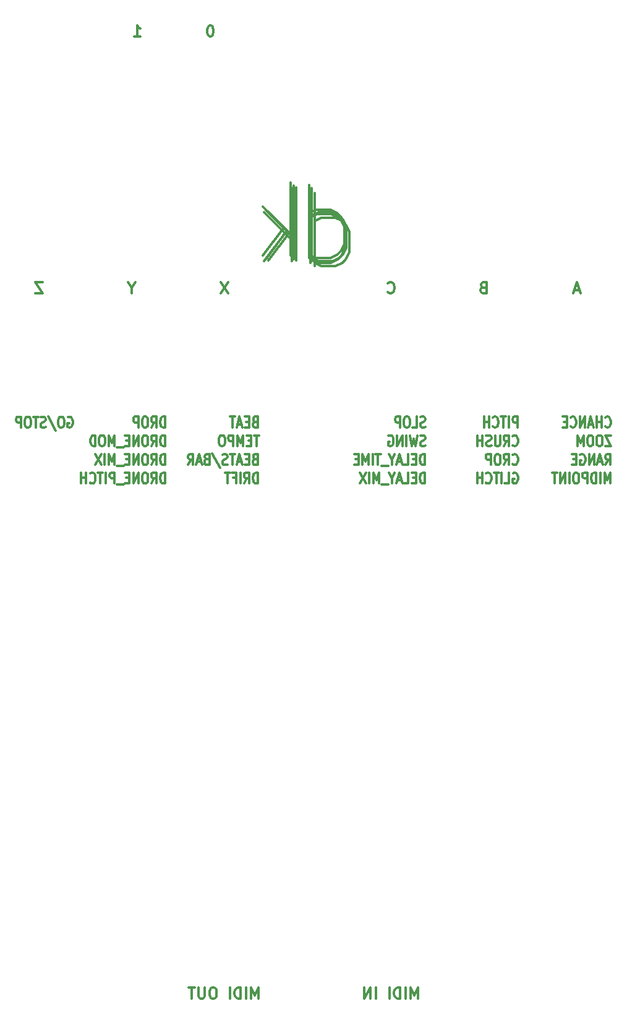
<source format=gbr>
G04 #@! TF.GenerationSoftware,KiCad,Pcbnew,(5.0.1)-3*
G04 #@! TF.CreationDate,2019-10-30T14:47:04+00:00*
G04 #@! TF.ProjectId,drumkid,6472756D6B69642E6B696361645F7063,rev?*
G04 #@! TF.SameCoordinates,Original*
G04 #@! TF.FileFunction,Legend,Bot*
G04 #@! TF.FilePolarity,Positive*
%FSLAX46Y46*%
G04 Gerber Fmt 4.6, Leading zero omitted, Abs format (unit mm)*
G04 Created by KiCad (PCBNEW (5.0.1)-3) date 30/10/2019 14:47:04*
%MOMM*%
%LPD*%
G01*
G04 APERTURE LIST*
%ADD10C,0.300000*%
G04 APERTURE END LIST*
D10*
X64000000Y-70298571D02*
X63000000Y-70298571D01*
X64000000Y-71798571D01*
X63000000Y-71798571D01*
X76200000Y-71084285D02*
X76200000Y-71798571D01*
X76700000Y-70298571D02*
X76200000Y-71084285D01*
X75700000Y-70298571D01*
X89400000Y-70298571D02*
X88400000Y-71798571D01*
X88400000Y-70298571D02*
X89400000Y-71798571D01*
X111295714Y-71655714D02*
X111367142Y-71727142D01*
X111581428Y-71798571D01*
X111724285Y-71798571D01*
X111938571Y-71727142D01*
X112081428Y-71584285D01*
X112152857Y-71441428D01*
X112224285Y-71155714D01*
X112224285Y-70941428D01*
X112152857Y-70655714D01*
X112081428Y-70512857D01*
X111938571Y-70370000D01*
X111724285Y-70298571D01*
X111581428Y-70298571D01*
X111367142Y-70370000D01*
X111295714Y-70441428D01*
X124352857Y-71012857D02*
X124138571Y-71084285D01*
X124067142Y-71155714D01*
X123995714Y-71298571D01*
X123995714Y-71512857D01*
X124067142Y-71655714D01*
X124138571Y-71727142D01*
X124281428Y-71798571D01*
X124852857Y-71798571D01*
X124852857Y-70298571D01*
X124352857Y-70298571D01*
X124210000Y-70370000D01*
X124138571Y-70441428D01*
X124067142Y-70584285D01*
X124067142Y-70727142D01*
X124138571Y-70870000D01*
X124210000Y-70941428D01*
X124352857Y-71012857D01*
X124852857Y-71012857D01*
X137517142Y-71370000D02*
X136802857Y-71370000D01*
X137660000Y-71798571D02*
X137160000Y-70298571D01*
X136660000Y-71798571D01*
X100657142Y-67623809D02*
X100657142Y-57623809D01*
X100657142Y-67147619D02*
X101609523Y-67623809D01*
X103514285Y-67623809D01*
X104466666Y-67147619D01*
X104942857Y-66671428D01*
X105419047Y-65719047D01*
X105419047Y-62861904D01*
X104942857Y-61909523D01*
X104466666Y-61433333D01*
X103514285Y-60957142D01*
X101609523Y-60957142D01*
X100657142Y-61433333D01*
X98166666Y-67423809D02*
X98166666Y-57423809D01*
X97214285Y-63614285D02*
X94357142Y-67423809D01*
X94357142Y-60757142D02*
X98166666Y-64566666D01*
X98366666Y-67123809D02*
X98366666Y-57123809D01*
X97414285Y-63314285D02*
X94557142Y-67123809D01*
X94557142Y-60457142D02*
X98366666Y-64266666D01*
X97966666Y-66623809D02*
X97966666Y-56623809D01*
X97014285Y-62814285D02*
X94157142Y-66623809D01*
X94157142Y-59957142D02*
X97966666Y-63766666D01*
X101257142Y-68123809D02*
X101257142Y-58123809D01*
X101257142Y-67647619D02*
X102209523Y-68123809D01*
X104114285Y-68123809D01*
X105066666Y-67647619D01*
X105542857Y-67171428D01*
X106019047Y-66219047D01*
X106019047Y-63361904D01*
X105542857Y-62409523D01*
X105066666Y-61933333D01*
X104114285Y-61457142D01*
X102209523Y-61457142D01*
X101257142Y-61933333D01*
X100857142Y-67423809D02*
X100857142Y-57423809D01*
X100857142Y-66947619D02*
X101809523Y-67423809D01*
X103714285Y-67423809D01*
X104666666Y-66947619D01*
X105142857Y-66471428D01*
X105619047Y-65519047D01*
X105619047Y-62661904D01*
X105142857Y-61709523D01*
X104666666Y-61233333D01*
X103714285Y-60757142D01*
X101809523Y-60757142D01*
X100857142Y-61233333D01*
X98766666Y-67323809D02*
X98766666Y-57323809D01*
X97814285Y-63514285D02*
X94957142Y-67323809D01*
X94957142Y-60657142D02*
X98766666Y-64466666D01*
X100557142Y-67023809D02*
X100557142Y-57023809D01*
X100557142Y-66547619D02*
X101509523Y-67023809D01*
X103414285Y-67023809D01*
X104366666Y-66547619D01*
X104842857Y-66071428D01*
X105319047Y-65119047D01*
X105319047Y-62261904D01*
X104842857Y-61309523D01*
X104366666Y-60833333D01*
X103414285Y-60357142D01*
X101509523Y-60357142D01*
X100557142Y-60833333D01*
X67470714Y-88785000D02*
X67585000Y-88713571D01*
X67756428Y-88713571D01*
X67927857Y-88785000D01*
X68042142Y-88927857D01*
X68099285Y-89070714D01*
X68156428Y-89356428D01*
X68156428Y-89570714D01*
X68099285Y-89856428D01*
X68042142Y-89999285D01*
X67927857Y-90142142D01*
X67756428Y-90213571D01*
X67642142Y-90213571D01*
X67470714Y-90142142D01*
X67413571Y-90070714D01*
X67413571Y-89570714D01*
X67642142Y-89570714D01*
X66670714Y-88713571D02*
X66442142Y-88713571D01*
X66327857Y-88785000D01*
X66213571Y-88927857D01*
X66156428Y-89213571D01*
X66156428Y-89713571D01*
X66213571Y-89999285D01*
X66327857Y-90142142D01*
X66442142Y-90213571D01*
X66670714Y-90213571D01*
X66785000Y-90142142D01*
X66899285Y-89999285D01*
X66956428Y-89713571D01*
X66956428Y-89213571D01*
X66899285Y-88927857D01*
X66785000Y-88785000D01*
X66670714Y-88713571D01*
X64785000Y-88642142D02*
X65813571Y-90570714D01*
X64442142Y-90142142D02*
X64270714Y-90213571D01*
X63985000Y-90213571D01*
X63870714Y-90142142D01*
X63813571Y-90070714D01*
X63756428Y-89927857D01*
X63756428Y-89785000D01*
X63813571Y-89642142D01*
X63870714Y-89570714D01*
X63985000Y-89499285D01*
X64213571Y-89427857D01*
X64327857Y-89356428D01*
X64385000Y-89285000D01*
X64442142Y-89142142D01*
X64442142Y-88999285D01*
X64385000Y-88856428D01*
X64327857Y-88785000D01*
X64213571Y-88713571D01*
X63927857Y-88713571D01*
X63756428Y-88785000D01*
X63413571Y-88713571D02*
X62727857Y-88713571D01*
X63070714Y-90213571D02*
X63070714Y-88713571D01*
X62099285Y-88713571D02*
X61870714Y-88713571D01*
X61756428Y-88785000D01*
X61642142Y-88927857D01*
X61585000Y-89213571D01*
X61585000Y-89713571D01*
X61642142Y-89999285D01*
X61756428Y-90142142D01*
X61870714Y-90213571D01*
X62099285Y-90213571D01*
X62213571Y-90142142D01*
X62327857Y-89999285D01*
X62385000Y-89713571D01*
X62385000Y-89213571D01*
X62327857Y-88927857D01*
X62213571Y-88785000D01*
X62099285Y-88713571D01*
X61070714Y-90213571D02*
X61070714Y-88713571D01*
X60613571Y-88713571D01*
X60499285Y-88785000D01*
X60442142Y-88856428D01*
X60385000Y-88999285D01*
X60385000Y-89213571D01*
X60442142Y-89356428D01*
X60499285Y-89427857D01*
X60613571Y-89499285D01*
X61070714Y-89499285D01*
X80799285Y-90198571D02*
X80799285Y-88698571D01*
X80513571Y-88698571D01*
X80342142Y-88770000D01*
X80227857Y-88912857D01*
X80170714Y-89055714D01*
X80113571Y-89341428D01*
X80113571Y-89555714D01*
X80170714Y-89841428D01*
X80227857Y-89984285D01*
X80342142Y-90127142D01*
X80513571Y-90198571D01*
X80799285Y-90198571D01*
X78913571Y-90198571D02*
X79313571Y-89484285D01*
X79599285Y-90198571D02*
X79599285Y-88698571D01*
X79142142Y-88698571D01*
X79027857Y-88770000D01*
X78970714Y-88841428D01*
X78913571Y-88984285D01*
X78913571Y-89198571D01*
X78970714Y-89341428D01*
X79027857Y-89412857D01*
X79142142Y-89484285D01*
X79599285Y-89484285D01*
X78170714Y-88698571D02*
X77942142Y-88698571D01*
X77827857Y-88770000D01*
X77713571Y-88912857D01*
X77656428Y-89198571D01*
X77656428Y-89698571D01*
X77713571Y-89984285D01*
X77827857Y-90127142D01*
X77942142Y-90198571D01*
X78170714Y-90198571D01*
X78285000Y-90127142D01*
X78399285Y-89984285D01*
X78456428Y-89698571D01*
X78456428Y-89198571D01*
X78399285Y-88912857D01*
X78285000Y-88770000D01*
X78170714Y-88698571D01*
X77142142Y-90198571D02*
X77142142Y-88698571D01*
X76685000Y-88698571D01*
X76570714Y-88770000D01*
X76513571Y-88841428D01*
X76456428Y-88984285D01*
X76456428Y-89198571D01*
X76513571Y-89341428D01*
X76570714Y-89412857D01*
X76685000Y-89484285D01*
X77142142Y-89484285D01*
X80799285Y-92748571D02*
X80799285Y-91248571D01*
X80513571Y-91248571D01*
X80342142Y-91320000D01*
X80227857Y-91462857D01*
X80170714Y-91605714D01*
X80113571Y-91891428D01*
X80113571Y-92105714D01*
X80170714Y-92391428D01*
X80227857Y-92534285D01*
X80342142Y-92677142D01*
X80513571Y-92748571D01*
X80799285Y-92748571D01*
X78913571Y-92748571D02*
X79313571Y-92034285D01*
X79599285Y-92748571D02*
X79599285Y-91248571D01*
X79142142Y-91248571D01*
X79027857Y-91320000D01*
X78970714Y-91391428D01*
X78913571Y-91534285D01*
X78913571Y-91748571D01*
X78970714Y-91891428D01*
X79027857Y-91962857D01*
X79142142Y-92034285D01*
X79599285Y-92034285D01*
X78170714Y-91248571D02*
X77942142Y-91248571D01*
X77827857Y-91320000D01*
X77713571Y-91462857D01*
X77656428Y-91748571D01*
X77656428Y-92248571D01*
X77713571Y-92534285D01*
X77827857Y-92677142D01*
X77942142Y-92748571D01*
X78170714Y-92748571D01*
X78285000Y-92677142D01*
X78399285Y-92534285D01*
X78456428Y-92248571D01*
X78456428Y-91748571D01*
X78399285Y-91462857D01*
X78285000Y-91320000D01*
X78170714Y-91248571D01*
X77142142Y-92748571D02*
X77142142Y-91248571D01*
X76456428Y-92748571D01*
X76456428Y-91248571D01*
X75885000Y-91962857D02*
X75485000Y-91962857D01*
X75313571Y-92748571D02*
X75885000Y-92748571D01*
X75885000Y-91248571D01*
X75313571Y-91248571D01*
X75085000Y-92891428D02*
X74170714Y-92891428D01*
X73885000Y-92748571D02*
X73885000Y-91248571D01*
X73485000Y-92320000D01*
X73085000Y-91248571D01*
X73085000Y-92748571D01*
X72285000Y-91248571D02*
X72056428Y-91248571D01*
X71942142Y-91320000D01*
X71827857Y-91462857D01*
X71770714Y-91748571D01*
X71770714Y-92248571D01*
X71827857Y-92534285D01*
X71942142Y-92677142D01*
X72056428Y-92748571D01*
X72285000Y-92748571D01*
X72399285Y-92677142D01*
X72513571Y-92534285D01*
X72570714Y-92248571D01*
X72570714Y-91748571D01*
X72513571Y-91462857D01*
X72399285Y-91320000D01*
X72285000Y-91248571D01*
X71256428Y-92748571D02*
X71256428Y-91248571D01*
X70970714Y-91248571D01*
X70799285Y-91320000D01*
X70685000Y-91462857D01*
X70627857Y-91605714D01*
X70570714Y-91891428D01*
X70570714Y-92105714D01*
X70627857Y-92391428D01*
X70685000Y-92534285D01*
X70799285Y-92677142D01*
X70970714Y-92748571D01*
X71256428Y-92748571D01*
X80799285Y-95298571D02*
X80799285Y-93798571D01*
X80513571Y-93798571D01*
X80342142Y-93870000D01*
X80227857Y-94012857D01*
X80170714Y-94155714D01*
X80113571Y-94441428D01*
X80113571Y-94655714D01*
X80170714Y-94941428D01*
X80227857Y-95084285D01*
X80342142Y-95227142D01*
X80513571Y-95298571D01*
X80799285Y-95298571D01*
X78913571Y-95298571D02*
X79313571Y-94584285D01*
X79599285Y-95298571D02*
X79599285Y-93798571D01*
X79142142Y-93798571D01*
X79027857Y-93870000D01*
X78970714Y-93941428D01*
X78913571Y-94084285D01*
X78913571Y-94298571D01*
X78970714Y-94441428D01*
X79027857Y-94512857D01*
X79142142Y-94584285D01*
X79599285Y-94584285D01*
X78170714Y-93798571D02*
X77942142Y-93798571D01*
X77827857Y-93870000D01*
X77713571Y-94012857D01*
X77656428Y-94298571D01*
X77656428Y-94798571D01*
X77713571Y-95084285D01*
X77827857Y-95227142D01*
X77942142Y-95298571D01*
X78170714Y-95298571D01*
X78285000Y-95227142D01*
X78399285Y-95084285D01*
X78456428Y-94798571D01*
X78456428Y-94298571D01*
X78399285Y-94012857D01*
X78285000Y-93870000D01*
X78170714Y-93798571D01*
X77142142Y-95298571D02*
X77142142Y-93798571D01*
X76456428Y-95298571D01*
X76456428Y-93798571D01*
X75885000Y-94512857D02*
X75485000Y-94512857D01*
X75313571Y-95298571D02*
X75885000Y-95298571D01*
X75885000Y-93798571D01*
X75313571Y-93798571D01*
X75085000Y-95441428D02*
X74170714Y-95441428D01*
X73885000Y-95298571D02*
X73885000Y-93798571D01*
X73485000Y-94870000D01*
X73085000Y-93798571D01*
X73085000Y-95298571D01*
X72513571Y-95298571D02*
X72513571Y-93798571D01*
X72056428Y-93798571D02*
X71256428Y-95298571D01*
X71256428Y-93798571D02*
X72056428Y-95298571D01*
X80799285Y-97848571D02*
X80799285Y-96348571D01*
X80513571Y-96348571D01*
X80342142Y-96420000D01*
X80227857Y-96562857D01*
X80170714Y-96705714D01*
X80113571Y-96991428D01*
X80113571Y-97205714D01*
X80170714Y-97491428D01*
X80227857Y-97634285D01*
X80342142Y-97777142D01*
X80513571Y-97848571D01*
X80799285Y-97848571D01*
X78913571Y-97848571D02*
X79313571Y-97134285D01*
X79599285Y-97848571D02*
X79599285Y-96348571D01*
X79142142Y-96348571D01*
X79027857Y-96420000D01*
X78970714Y-96491428D01*
X78913571Y-96634285D01*
X78913571Y-96848571D01*
X78970714Y-96991428D01*
X79027857Y-97062857D01*
X79142142Y-97134285D01*
X79599285Y-97134285D01*
X78170714Y-96348571D02*
X77942142Y-96348571D01*
X77827857Y-96420000D01*
X77713571Y-96562857D01*
X77656428Y-96848571D01*
X77656428Y-97348571D01*
X77713571Y-97634285D01*
X77827857Y-97777142D01*
X77942142Y-97848571D01*
X78170714Y-97848571D01*
X78285000Y-97777142D01*
X78399285Y-97634285D01*
X78456428Y-97348571D01*
X78456428Y-96848571D01*
X78399285Y-96562857D01*
X78285000Y-96420000D01*
X78170714Y-96348571D01*
X77142142Y-97848571D02*
X77142142Y-96348571D01*
X76456428Y-97848571D01*
X76456428Y-96348571D01*
X75885000Y-97062857D02*
X75485000Y-97062857D01*
X75313571Y-97848571D02*
X75885000Y-97848571D01*
X75885000Y-96348571D01*
X75313571Y-96348571D01*
X75085000Y-97991428D02*
X74170714Y-97991428D01*
X73885000Y-97848571D02*
X73885000Y-96348571D01*
X73427857Y-96348571D01*
X73313571Y-96420000D01*
X73256428Y-96491428D01*
X73199285Y-96634285D01*
X73199285Y-96848571D01*
X73256428Y-96991428D01*
X73313571Y-97062857D01*
X73427857Y-97134285D01*
X73885000Y-97134285D01*
X72685000Y-97848571D02*
X72685000Y-96348571D01*
X72285000Y-96348571D02*
X71599285Y-96348571D01*
X71942142Y-97848571D02*
X71942142Y-96348571D01*
X70513571Y-97705714D02*
X70570714Y-97777142D01*
X70742142Y-97848571D01*
X70856428Y-97848571D01*
X71027857Y-97777142D01*
X71142142Y-97634285D01*
X71199285Y-97491428D01*
X71256428Y-97205714D01*
X71256428Y-96991428D01*
X71199285Y-96705714D01*
X71142142Y-96562857D01*
X71027857Y-96420000D01*
X70856428Y-96348571D01*
X70742142Y-96348571D01*
X70570714Y-96420000D01*
X70513571Y-96491428D01*
X69999285Y-97848571D02*
X69999285Y-96348571D01*
X69999285Y-97062857D02*
X69313571Y-97062857D01*
X69313571Y-97848571D02*
X69313571Y-96348571D01*
X93099285Y-89412857D02*
X92927857Y-89484285D01*
X92870714Y-89555714D01*
X92813571Y-89698571D01*
X92813571Y-89912857D01*
X92870714Y-90055714D01*
X92927857Y-90127142D01*
X93042142Y-90198571D01*
X93499285Y-90198571D01*
X93499285Y-88698571D01*
X93099285Y-88698571D01*
X92985000Y-88770000D01*
X92927857Y-88841428D01*
X92870714Y-88984285D01*
X92870714Y-89127142D01*
X92927857Y-89270000D01*
X92985000Y-89341428D01*
X93099285Y-89412857D01*
X93499285Y-89412857D01*
X92299285Y-89412857D02*
X91899285Y-89412857D01*
X91727857Y-90198571D02*
X92299285Y-90198571D01*
X92299285Y-88698571D01*
X91727857Y-88698571D01*
X91270714Y-89770000D02*
X90699285Y-89770000D01*
X91385000Y-90198571D02*
X90985000Y-88698571D01*
X90585000Y-90198571D01*
X90356428Y-88698571D02*
X89670714Y-88698571D01*
X90013571Y-90198571D02*
X90013571Y-88698571D01*
X93670714Y-91248571D02*
X92985000Y-91248571D01*
X93327857Y-92748571D02*
X93327857Y-91248571D01*
X92585000Y-91962857D02*
X92185000Y-91962857D01*
X92013571Y-92748571D02*
X92585000Y-92748571D01*
X92585000Y-91248571D01*
X92013571Y-91248571D01*
X91499285Y-92748571D02*
X91499285Y-91248571D01*
X91099285Y-92320000D01*
X90699285Y-91248571D01*
X90699285Y-92748571D01*
X90127857Y-92748571D02*
X90127857Y-91248571D01*
X89670714Y-91248571D01*
X89556428Y-91320000D01*
X89499285Y-91391428D01*
X89442142Y-91534285D01*
X89442142Y-91748571D01*
X89499285Y-91891428D01*
X89556428Y-91962857D01*
X89670714Y-92034285D01*
X90127857Y-92034285D01*
X88699285Y-91248571D02*
X88470714Y-91248571D01*
X88356428Y-91320000D01*
X88242142Y-91462857D01*
X88185000Y-91748571D01*
X88185000Y-92248571D01*
X88242142Y-92534285D01*
X88356428Y-92677142D01*
X88470714Y-92748571D01*
X88699285Y-92748571D01*
X88813571Y-92677142D01*
X88927857Y-92534285D01*
X88985000Y-92248571D01*
X88985000Y-91748571D01*
X88927857Y-91462857D01*
X88813571Y-91320000D01*
X88699285Y-91248571D01*
X93099285Y-94512857D02*
X92927857Y-94584285D01*
X92870714Y-94655714D01*
X92813571Y-94798571D01*
X92813571Y-95012857D01*
X92870714Y-95155714D01*
X92927857Y-95227142D01*
X93042142Y-95298571D01*
X93499285Y-95298571D01*
X93499285Y-93798571D01*
X93099285Y-93798571D01*
X92985000Y-93870000D01*
X92927857Y-93941428D01*
X92870714Y-94084285D01*
X92870714Y-94227142D01*
X92927857Y-94370000D01*
X92985000Y-94441428D01*
X93099285Y-94512857D01*
X93499285Y-94512857D01*
X92299285Y-94512857D02*
X91899285Y-94512857D01*
X91727857Y-95298571D02*
X92299285Y-95298571D01*
X92299285Y-93798571D01*
X91727857Y-93798571D01*
X91270714Y-94870000D02*
X90699285Y-94870000D01*
X91385000Y-95298571D02*
X90985000Y-93798571D01*
X90585000Y-95298571D01*
X90356428Y-93798571D02*
X89670714Y-93798571D01*
X90013571Y-95298571D02*
X90013571Y-93798571D01*
X89327857Y-95227142D02*
X89156428Y-95298571D01*
X88870714Y-95298571D01*
X88756428Y-95227142D01*
X88699285Y-95155714D01*
X88642142Y-95012857D01*
X88642142Y-94870000D01*
X88699285Y-94727142D01*
X88756428Y-94655714D01*
X88870714Y-94584285D01*
X89099285Y-94512857D01*
X89213571Y-94441428D01*
X89270714Y-94370000D01*
X89327857Y-94227142D01*
X89327857Y-94084285D01*
X89270714Y-93941428D01*
X89213571Y-93870000D01*
X89099285Y-93798571D01*
X88813571Y-93798571D01*
X88642142Y-93870000D01*
X87270714Y-93727142D02*
X88299285Y-95655714D01*
X86470714Y-94512857D02*
X86299285Y-94584285D01*
X86242142Y-94655714D01*
X86185000Y-94798571D01*
X86185000Y-95012857D01*
X86242142Y-95155714D01*
X86299285Y-95227142D01*
X86413571Y-95298571D01*
X86870714Y-95298571D01*
X86870714Y-93798571D01*
X86470714Y-93798571D01*
X86356428Y-93870000D01*
X86299285Y-93941428D01*
X86242142Y-94084285D01*
X86242142Y-94227142D01*
X86299285Y-94370000D01*
X86356428Y-94441428D01*
X86470714Y-94512857D01*
X86870714Y-94512857D01*
X85727857Y-94870000D02*
X85156428Y-94870000D01*
X85842142Y-95298571D02*
X85442142Y-93798571D01*
X85042142Y-95298571D01*
X83956428Y-95298571D02*
X84356428Y-94584285D01*
X84642142Y-95298571D02*
X84642142Y-93798571D01*
X84185000Y-93798571D01*
X84070714Y-93870000D01*
X84013571Y-93941428D01*
X83956428Y-94084285D01*
X83956428Y-94298571D01*
X84013571Y-94441428D01*
X84070714Y-94512857D01*
X84185000Y-94584285D01*
X84642142Y-94584285D01*
X93499285Y-97848571D02*
X93499285Y-96348571D01*
X93213571Y-96348571D01*
X93042142Y-96420000D01*
X92927857Y-96562857D01*
X92870714Y-96705714D01*
X92813571Y-96991428D01*
X92813571Y-97205714D01*
X92870714Y-97491428D01*
X92927857Y-97634285D01*
X93042142Y-97777142D01*
X93213571Y-97848571D01*
X93499285Y-97848571D01*
X91613571Y-97848571D02*
X92013571Y-97134285D01*
X92299285Y-97848571D02*
X92299285Y-96348571D01*
X91842142Y-96348571D01*
X91727857Y-96420000D01*
X91670714Y-96491428D01*
X91613571Y-96634285D01*
X91613571Y-96848571D01*
X91670714Y-96991428D01*
X91727857Y-97062857D01*
X91842142Y-97134285D01*
X92299285Y-97134285D01*
X91099285Y-97848571D02*
X91099285Y-96348571D01*
X90127857Y-97062857D02*
X90527857Y-97062857D01*
X90527857Y-97848571D02*
X90527857Y-96348571D01*
X89956428Y-96348571D01*
X89670714Y-96348571D02*
X88985000Y-96348571D01*
X89327857Y-97848571D02*
X89327857Y-96348571D01*
X116416428Y-90127142D02*
X116245000Y-90198571D01*
X115959285Y-90198571D01*
X115845000Y-90127142D01*
X115787857Y-90055714D01*
X115730714Y-89912857D01*
X115730714Y-89770000D01*
X115787857Y-89627142D01*
X115845000Y-89555714D01*
X115959285Y-89484285D01*
X116187857Y-89412857D01*
X116302142Y-89341428D01*
X116359285Y-89270000D01*
X116416428Y-89127142D01*
X116416428Y-88984285D01*
X116359285Y-88841428D01*
X116302142Y-88770000D01*
X116187857Y-88698571D01*
X115902142Y-88698571D01*
X115730714Y-88770000D01*
X114645000Y-90198571D02*
X115216428Y-90198571D01*
X115216428Y-88698571D01*
X114016428Y-88698571D02*
X113787857Y-88698571D01*
X113673571Y-88770000D01*
X113559285Y-88912857D01*
X113502142Y-89198571D01*
X113502142Y-89698571D01*
X113559285Y-89984285D01*
X113673571Y-90127142D01*
X113787857Y-90198571D01*
X114016428Y-90198571D01*
X114130714Y-90127142D01*
X114245000Y-89984285D01*
X114302142Y-89698571D01*
X114302142Y-89198571D01*
X114245000Y-88912857D01*
X114130714Y-88770000D01*
X114016428Y-88698571D01*
X112987857Y-90198571D02*
X112987857Y-88698571D01*
X112530714Y-88698571D01*
X112416428Y-88770000D01*
X112359285Y-88841428D01*
X112302142Y-88984285D01*
X112302142Y-89198571D01*
X112359285Y-89341428D01*
X112416428Y-89412857D01*
X112530714Y-89484285D01*
X112987857Y-89484285D01*
X116416428Y-92677142D02*
X116245000Y-92748571D01*
X115959285Y-92748571D01*
X115845000Y-92677142D01*
X115787857Y-92605714D01*
X115730714Y-92462857D01*
X115730714Y-92320000D01*
X115787857Y-92177142D01*
X115845000Y-92105714D01*
X115959285Y-92034285D01*
X116187857Y-91962857D01*
X116302142Y-91891428D01*
X116359285Y-91820000D01*
X116416428Y-91677142D01*
X116416428Y-91534285D01*
X116359285Y-91391428D01*
X116302142Y-91320000D01*
X116187857Y-91248571D01*
X115902142Y-91248571D01*
X115730714Y-91320000D01*
X115330714Y-91248571D02*
X115045000Y-92748571D01*
X114816428Y-91677142D01*
X114587857Y-92748571D01*
X114302142Y-91248571D01*
X113845000Y-92748571D02*
X113845000Y-91248571D01*
X113273571Y-92748571D02*
X113273571Y-91248571D01*
X112587857Y-92748571D01*
X112587857Y-91248571D01*
X111387857Y-91320000D02*
X111502142Y-91248571D01*
X111673571Y-91248571D01*
X111845000Y-91320000D01*
X111959285Y-91462857D01*
X112016428Y-91605714D01*
X112073571Y-91891428D01*
X112073571Y-92105714D01*
X112016428Y-92391428D01*
X111959285Y-92534285D01*
X111845000Y-92677142D01*
X111673571Y-92748571D01*
X111559285Y-92748571D01*
X111387857Y-92677142D01*
X111330714Y-92605714D01*
X111330714Y-92105714D01*
X111559285Y-92105714D01*
X116359285Y-95298571D02*
X116359285Y-93798571D01*
X116073571Y-93798571D01*
X115902142Y-93870000D01*
X115787857Y-94012857D01*
X115730714Y-94155714D01*
X115673571Y-94441428D01*
X115673571Y-94655714D01*
X115730714Y-94941428D01*
X115787857Y-95084285D01*
X115902142Y-95227142D01*
X116073571Y-95298571D01*
X116359285Y-95298571D01*
X115159285Y-94512857D02*
X114759285Y-94512857D01*
X114587857Y-95298571D02*
X115159285Y-95298571D01*
X115159285Y-93798571D01*
X114587857Y-93798571D01*
X113502142Y-95298571D02*
X114073571Y-95298571D01*
X114073571Y-93798571D01*
X113159285Y-94870000D02*
X112587857Y-94870000D01*
X113273571Y-95298571D02*
X112873571Y-93798571D01*
X112473571Y-95298571D01*
X111845000Y-94584285D02*
X111845000Y-95298571D01*
X112245000Y-93798571D02*
X111845000Y-94584285D01*
X111445000Y-93798571D01*
X111330714Y-95441428D02*
X110416428Y-95441428D01*
X110302142Y-93798571D02*
X109616428Y-93798571D01*
X109959285Y-95298571D02*
X109959285Y-93798571D01*
X109216428Y-95298571D02*
X109216428Y-93798571D01*
X108645000Y-95298571D02*
X108645000Y-93798571D01*
X108245000Y-94870000D01*
X107845000Y-93798571D01*
X107845000Y-95298571D01*
X107273571Y-94512857D02*
X106873571Y-94512857D01*
X106702142Y-95298571D02*
X107273571Y-95298571D01*
X107273571Y-93798571D01*
X106702142Y-93798571D01*
X116359285Y-97848571D02*
X116359285Y-96348571D01*
X116073571Y-96348571D01*
X115902142Y-96420000D01*
X115787857Y-96562857D01*
X115730714Y-96705714D01*
X115673571Y-96991428D01*
X115673571Y-97205714D01*
X115730714Y-97491428D01*
X115787857Y-97634285D01*
X115902142Y-97777142D01*
X116073571Y-97848571D01*
X116359285Y-97848571D01*
X115159285Y-97062857D02*
X114759285Y-97062857D01*
X114587857Y-97848571D02*
X115159285Y-97848571D01*
X115159285Y-96348571D01*
X114587857Y-96348571D01*
X113502142Y-97848571D02*
X114073571Y-97848571D01*
X114073571Y-96348571D01*
X113159285Y-97420000D02*
X112587857Y-97420000D01*
X113273571Y-97848571D02*
X112873571Y-96348571D01*
X112473571Y-97848571D01*
X111845000Y-97134285D02*
X111845000Y-97848571D01*
X112245000Y-96348571D02*
X111845000Y-97134285D01*
X111445000Y-96348571D01*
X111330714Y-97991428D02*
X110416428Y-97991428D01*
X110130714Y-97848571D02*
X110130714Y-96348571D01*
X109730714Y-97420000D01*
X109330714Y-96348571D01*
X109330714Y-97848571D01*
X108759285Y-97848571D02*
X108759285Y-96348571D01*
X108302142Y-96348571D02*
X107502142Y-97848571D01*
X107502142Y-96348571D02*
X108302142Y-97848571D01*
X129059285Y-90198571D02*
X129059285Y-88698571D01*
X128602142Y-88698571D01*
X128487857Y-88770000D01*
X128430714Y-88841428D01*
X128373571Y-88984285D01*
X128373571Y-89198571D01*
X128430714Y-89341428D01*
X128487857Y-89412857D01*
X128602142Y-89484285D01*
X129059285Y-89484285D01*
X127859285Y-90198571D02*
X127859285Y-88698571D01*
X127459285Y-88698571D02*
X126773571Y-88698571D01*
X127116428Y-90198571D02*
X127116428Y-88698571D01*
X125687857Y-90055714D02*
X125745000Y-90127142D01*
X125916428Y-90198571D01*
X126030714Y-90198571D01*
X126202142Y-90127142D01*
X126316428Y-89984285D01*
X126373571Y-89841428D01*
X126430714Y-89555714D01*
X126430714Y-89341428D01*
X126373571Y-89055714D01*
X126316428Y-88912857D01*
X126202142Y-88770000D01*
X126030714Y-88698571D01*
X125916428Y-88698571D01*
X125745000Y-88770000D01*
X125687857Y-88841428D01*
X125173571Y-90198571D02*
X125173571Y-88698571D01*
X125173571Y-89412857D02*
X124487857Y-89412857D01*
X124487857Y-90198571D02*
X124487857Y-88698571D01*
X128373571Y-92605714D02*
X128430714Y-92677142D01*
X128602142Y-92748571D01*
X128716428Y-92748571D01*
X128887857Y-92677142D01*
X129002142Y-92534285D01*
X129059285Y-92391428D01*
X129116428Y-92105714D01*
X129116428Y-91891428D01*
X129059285Y-91605714D01*
X129002142Y-91462857D01*
X128887857Y-91320000D01*
X128716428Y-91248571D01*
X128602142Y-91248571D01*
X128430714Y-91320000D01*
X128373571Y-91391428D01*
X127173571Y-92748571D02*
X127573571Y-92034285D01*
X127859285Y-92748571D02*
X127859285Y-91248571D01*
X127402142Y-91248571D01*
X127287857Y-91320000D01*
X127230714Y-91391428D01*
X127173571Y-91534285D01*
X127173571Y-91748571D01*
X127230714Y-91891428D01*
X127287857Y-91962857D01*
X127402142Y-92034285D01*
X127859285Y-92034285D01*
X126659285Y-91248571D02*
X126659285Y-92462857D01*
X126602142Y-92605714D01*
X126545000Y-92677142D01*
X126430714Y-92748571D01*
X126202142Y-92748571D01*
X126087857Y-92677142D01*
X126030714Y-92605714D01*
X125973571Y-92462857D01*
X125973571Y-91248571D01*
X125459285Y-92677142D02*
X125287857Y-92748571D01*
X125002142Y-92748571D01*
X124887857Y-92677142D01*
X124830714Y-92605714D01*
X124773571Y-92462857D01*
X124773571Y-92320000D01*
X124830714Y-92177142D01*
X124887857Y-92105714D01*
X125002142Y-92034285D01*
X125230714Y-91962857D01*
X125345000Y-91891428D01*
X125402142Y-91820000D01*
X125459285Y-91677142D01*
X125459285Y-91534285D01*
X125402142Y-91391428D01*
X125345000Y-91320000D01*
X125230714Y-91248571D01*
X124945000Y-91248571D01*
X124773571Y-91320000D01*
X124259285Y-92748571D02*
X124259285Y-91248571D01*
X124259285Y-91962857D02*
X123573571Y-91962857D01*
X123573571Y-92748571D02*
X123573571Y-91248571D01*
X128373571Y-95155714D02*
X128430714Y-95227142D01*
X128602142Y-95298571D01*
X128716428Y-95298571D01*
X128887857Y-95227142D01*
X129002142Y-95084285D01*
X129059285Y-94941428D01*
X129116428Y-94655714D01*
X129116428Y-94441428D01*
X129059285Y-94155714D01*
X129002142Y-94012857D01*
X128887857Y-93870000D01*
X128716428Y-93798571D01*
X128602142Y-93798571D01*
X128430714Y-93870000D01*
X128373571Y-93941428D01*
X127173571Y-95298571D02*
X127573571Y-94584285D01*
X127859285Y-95298571D02*
X127859285Y-93798571D01*
X127402142Y-93798571D01*
X127287857Y-93870000D01*
X127230714Y-93941428D01*
X127173571Y-94084285D01*
X127173571Y-94298571D01*
X127230714Y-94441428D01*
X127287857Y-94512857D01*
X127402142Y-94584285D01*
X127859285Y-94584285D01*
X126430714Y-93798571D02*
X126202142Y-93798571D01*
X126087857Y-93870000D01*
X125973571Y-94012857D01*
X125916428Y-94298571D01*
X125916428Y-94798571D01*
X125973571Y-95084285D01*
X126087857Y-95227142D01*
X126202142Y-95298571D01*
X126430714Y-95298571D01*
X126545000Y-95227142D01*
X126659285Y-95084285D01*
X126716428Y-94798571D01*
X126716428Y-94298571D01*
X126659285Y-94012857D01*
X126545000Y-93870000D01*
X126430714Y-93798571D01*
X125402142Y-95298571D02*
X125402142Y-93798571D01*
X124945000Y-93798571D01*
X124830714Y-93870000D01*
X124773571Y-93941428D01*
X124716428Y-94084285D01*
X124716428Y-94298571D01*
X124773571Y-94441428D01*
X124830714Y-94512857D01*
X124945000Y-94584285D01*
X125402142Y-94584285D01*
X128430714Y-96420000D02*
X128545000Y-96348571D01*
X128716428Y-96348571D01*
X128887857Y-96420000D01*
X129002142Y-96562857D01*
X129059285Y-96705714D01*
X129116428Y-96991428D01*
X129116428Y-97205714D01*
X129059285Y-97491428D01*
X129002142Y-97634285D01*
X128887857Y-97777142D01*
X128716428Y-97848571D01*
X128602142Y-97848571D01*
X128430714Y-97777142D01*
X128373571Y-97705714D01*
X128373571Y-97205714D01*
X128602142Y-97205714D01*
X127287857Y-97848571D02*
X127859285Y-97848571D01*
X127859285Y-96348571D01*
X126887857Y-97848571D02*
X126887857Y-96348571D01*
X126487857Y-96348571D02*
X125802142Y-96348571D01*
X126145000Y-97848571D02*
X126145000Y-96348571D01*
X124716428Y-97705714D02*
X124773571Y-97777142D01*
X124945000Y-97848571D01*
X125059285Y-97848571D01*
X125230714Y-97777142D01*
X125345000Y-97634285D01*
X125402142Y-97491428D01*
X125459285Y-97205714D01*
X125459285Y-96991428D01*
X125402142Y-96705714D01*
X125345000Y-96562857D01*
X125230714Y-96420000D01*
X125059285Y-96348571D01*
X124945000Y-96348571D01*
X124773571Y-96420000D01*
X124716428Y-96491428D01*
X124202142Y-97848571D02*
X124202142Y-96348571D01*
X124202142Y-97062857D02*
X123516428Y-97062857D01*
X123516428Y-97848571D02*
X123516428Y-96348571D01*
X141073571Y-90055714D02*
X141130714Y-90127142D01*
X141302142Y-90198571D01*
X141416428Y-90198571D01*
X141587857Y-90127142D01*
X141702142Y-89984285D01*
X141759285Y-89841428D01*
X141816428Y-89555714D01*
X141816428Y-89341428D01*
X141759285Y-89055714D01*
X141702142Y-88912857D01*
X141587857Y-88770000D01*
X141416428Y-88698571D01*
X141302142Y-88698571D01*
X141130714Y-88770000D01*
X141073571Y-88841428D01*
X140559285Y-90198571D02*
X140559285Y-88698571D01*
X140559285Y-89412857D02*
X139873571Y-89412857D01*
X139873571Y-90198571D02*
X139873571Y-88698571D01*
X139359285Y-89770000D02*
X138787857Y-89770000D01*
X139473571Y-90198571D02*
X139073571Y-88698571D01*
X138673571Y-90198571D01*
X138273571Y-90198571D02*
X138273571Y-88698571D01*
X137587857Y-90198571D01*
X137587857Y-88698571D01*
X136330714Y-90055714D02*
X136387857Y-90127142D01*
X136559285Y-90198571D01*
X136673571Y-90198571D01*
X136845000Y-90127142D01*
X136959285Y-89984285D01*
X137016428Y-89841428D01*
X137073571Y-89555714D01*
X137073571Y-89341428D01*
X137016428Y-89055714D01*
X136959285Y-88912857D01*
X136845000Y-88770000D01*
X136673571Y-88698571D01*
X136559285Y-88698571D01*
X136387857Y-88770000D01*
X136330714Y-88841428D01*
X135816428Y-89412857D02*
X135416428Y-89412857D01*
X135245000Y-90198571D02*
X135816428Y-90198571D01*
X135816428Y-88698571D01*
X135245000Y-88698571D01*
X141873571Y-91248571D02*
X141073571Y-91248571D01*
X141873571Y-92748571D01*
X141073571Y-92748571D01*
X140387857Y-91248571D02*
X140159285Y-91248571D01*
X140045000Y-91320000D01*
X139930714Y-91462857D01*
X139873571Y-91748571D01*
X139873571Y-92248571D01*
X139930714Y-92534285D01*
X140045000Y-92677142D01*
X140159285Y-92748571D01*
X140387857Y-92748571D01*
X140502142Y-92677142D01*
X140616428Y-92534285D01*
X140673571Y-92248571D01*
X140673571Y-91748571D01*
X140616428Y-91462857D01*
X140502142Y-91320000D01*
X140387857Y-91248571D01*
X139130714Y-91248571D02*
X138902142Y-91248571D01*
X138787857Y-91320000D01*
X138673571Y-91462857D01*
X138616428Y-91748571D01*
X138616428Y-92248571D01*
X138673571Y-92534285D01*
X138787857Y-92677142D01*
X138902142Y-92748571D01*
X139130714Y-92748571D01*
X139245000Y-92677142D01*
X139359285Y-92534285D01*
X139416428Y-92248571D01*
X139416428Y-91748571D01*
X139359285Y-91462857D01*
X139245000Y-91320000D01*
X139130714Y-91248571D01*
X138102142Y-92748571D02*
X138102142Y-91248571D01*
X137702142Y-92320000D01*
X137302142Y-91248571D01*
X137302142Y-92748571D01*
X141073571Y-95298571D02*
X141473571Y-94584285D01*
X141759285Y-95298571D02*
X141759285Y-93798571D01*
X141302142Y-93798571D01*
X141187857Y-93870000D01*
X141130714Y-93941428D01*
X141073571Y-94084285D01*
X141073571Y-94298571D01*
X141130714Y-94441428D01*
X141187857Y-94512857D01*
X141302142Y-94584285D01*
X141759285Y-94584285D01*
X140616428Y-94870000D02*
X140045000Y-94870000D01*
X140730714Y-95298571D02*
X140330714Y-93798571D01*
X139930714Y-95298571D01*
X139530714Y-95298571D02*
X139530714Y-93798571D01*
X138845000Y-95298571D01*
X138845000Y-93798571D01*
X137645000Y-93870000D02*
X137759285Y-93798571D01*
X137930714Y-93798571D01*
X138102142Y-93870000D01*
X138216428Y-94012857D01*
X138273571Y-94155714D01*
X138330714Y-94441428D01*
X138330714Y-94655714D01*
X138273571Y-94941428D01*
X138216428Y-95084285D01*
X138102142Y-95227142D01*
X137930714Y-95298571D01*
X137816428Y-95298571D01*
X137645000Y-95227142D01*
X137587857Y-95155714D01*
X137587857Y-94655714D01*
X137816428Y-94655714D01*
X137073571Y-94512857D02*
X136673571Y-94512857D01*
X136502142Y-95298571D02*
X137073571Y-95298571D01*
X137073571Y-93798571D01*
X136502142Y-93798571D01*
X141759285Y-97848571D02*
X141759285Y-96348571D01*
X141359285Y-97420000D01*
X140959285Y-96348571D01*
X140959285Y-97848571D01*
X140387857Y-97848571D02*
X140387857Y-96348571D01*
X139816428Y-97848571D02*
X139816428Y-96348571D01*
X139530714Y-96348571D01*
X139359285Y-96420000D01*
X139245000Y-96562857D01*
X139187857Y-96705714D01*
X139130714Y-96991428D01*
X139130714Y-97205714D01*
X139187857Y-97491428D01*
X139245000Y-97634285D01*
X139359285Y-97777142D01*
X139530714Y-97848571D01*
X139816428Y-97848571D01*
X138616428Y-97848571D02*
X138616428Y-96348571D01*
X138159285Y-96348571D01*
X138045000Y-96420000D01*
X137987857Y-96491428D01*
X137930714Y-96634285D01*
X137930714Y-96848571D01*
X137987857Y-96991428D01*
X138045000Y-97062857D01*
X138159285Y-97134285D01*
X138616428Y-97134285D01*
X137187857Y-96348571D02*
X136959285Y-96348571D01*
X136845000Y-96420000D01*
X136730714Y-96562857D01*
X136673571Y-96848571D01*
X136673571Y-97348571D01*
X136730714Y-97634285D01*
X136845000Y-97777142D01*
X136959285Y-97848571D01*
X137187857Y-97848571D01*
X137302142Y-97777142D01*
X137416428Y-97634285D01*
X137473571Y-97348571D01*
X137473571Y-96848571D01*
X137416428Y-96562857D01*
X137302142Y-96420000D01*
X137187857Y-96348571D01*
X136159285Y-97848571D02*
X136159285Y-96348571D01*
X135587857Y-97848571D02*
X135587857Y-96348571D01*
X134902142Y-97848571D01*
X134902142Y-96348571D01*
X134502142Y-96348571D02*
X133816428Y-96348571D01*
X134159285Y-97848571D02*
X134159285Y-96348571D01*
X76571428Y-36678571D02*
X77428571Y-36678571D01*
X77000000Y-36678571D02*
X77000000Y-35178571D01*
X77142857Y-35392857D01*
X77285714Y-35535714D01*
X77428571Y-35607142D01*
X87071428Y-35178571D02*
X86928571Y-35178571D01*
X86785714Y-35250000D01*
X86714285Y-35321428D01*
X86642857Y-35464285D01*
X86571428Y-35750000D01*
X86571428Y-36107142D01*
X86642857Y-36392857D01*
X86714285Y-36535714D01*
X86785714Y-36607142D01*
X86928571Y-36678571D01*
X87071428Y-36678571D01*
X87214285Y-36607142D01*
X87285714Y-36535714D01*
X87357142Y-36392857D01*
X87428571Y-36107142D01*
X87428571Y-35750000D01*
X87357142Y-35464285D01*
X87285714Y-35321428D01*
X87214285Y-35250000D01*
X87071428Y-35178571D01*
X93578571Y-168318571D02*
X93578571Y-166818571D01*
X93078571Y-167890000D01*
X92578571Y-166818571D01*
X92578571Y-168318571D01*
X91864285Y-168318571D02*
X91864285Y-166818571D01*
X91150000Y-168318571D02*
X91150000Y-166818571D01*
X90792857Y-166818571D01*
X90578571Y-166890000D01*
X90435714Y-167032857D01*
X90364285Y-167175714D01*
X90292857Y-167461428D01*
X90292857Y-167675714D01*
X90364285Y-167961428D01*
X90435714Y-168104285D01*
X90578571Y-168247142D01*
X90792857Y-168318571D01*
X91150000Y-168318571D01*
X89650000Y-168318571D02*
X89650000Y-166818571D01*
X87507142Y-166818571D02*
X87221428Y-166818571D01*
X87078571Y-166890000D01*
X86935714Y-167032857D01*
X86864285Y-167318571D01*
X86864285Y-167818571D01*
X86935714Y-168104285D01*
X87078571Y-168247142D01*
X87221428Y-168318571D01*
X87507142Y-168318571D01*
X87650000Y-168247142D01*
X87792857Y-168104285D01*
X87864285Y-167818571D01*
X87864285Y-167318571D01*
X87792857Y-167032857D01*
X87650000Y-166890000D01*
X87507142Y-166818571D01*
X86221428Y-166818571D02*
X86221428Y-168032857D01*
X86150000Y-168175714D01*
X86078571Y-168247142D01*
X85935714Y-168318571D01*
X85650000Y-168318571D01*
X85507142Y-168247142D01*
X85435714Y-168175714D01*
X85364285Y-168032857D01*
X85364285Y-166818571D01*
X84864285Y-166818571D02*
X84007142Y-166818571D01*
X84435714Y-168318571D02*
X84435714Y-166818571D01*
X115438571Y-168318571D02*
X115438571Y-166818571D01*
X114938571Y-167890000D01*
X114438571Y-166818571D01*
X114438571Y-168318571D01*
X113724285Y-168318571D02*
X113724285Y-166818571D01*
X113010000Y-168318571D02*
X113010000Y-166818571D01*
X112652857Y-166818571D01*
X112438571Y-166890000D01*
X112295714Y-167032857D01*
X112224285Y-167175714D01*
X112152857Y-167461428D01*
X112152857Y-167675714D01*
X112224285Y-167961428D01*
X112295714Y-168104285D01*
X112438571Y-168247142D01*
X112652857Y-168318571D01*
X113010000Y-168318571D01*
X111510000Y-168318571D02*
X111510000Y-166818571D01*
X109652857Y-168318571D02*
X109652857Y-166818571D01*
X108938571Y-168318571D02*
X108938571Y-166818571D01*
X108081428Y-168318571D01*
X108081428Y-166818571D01*
M02*

</source>
